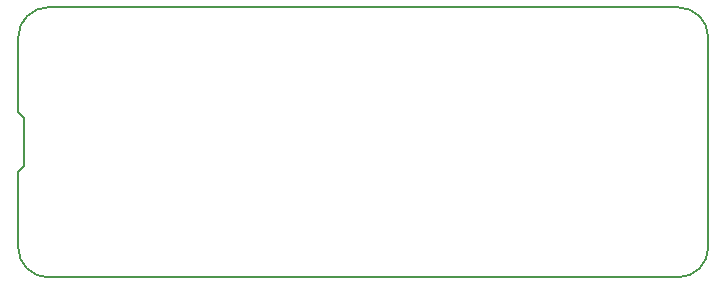
<source format=gbr>
G04 #@! TF.GenerationSoftware,KiCad,Pcbnew,5.1.5+dfsg1-2~bpo10+1*
G04 #@! TF.CreationDate,2020-03-31T11:43:15+02:00*
G04 #@! TF.ProjectId,quickfeather-board,71756963-6b66-4656-9174-6865722d626f,rev?*
G04 #@! TF.SameCoordinates,Original*
G04 #@! TF.FileFunction,Glue,Top*
G04 #@! TF.FilePolarity,Positive*
%FSLAX46Y46*%
G04 Gerber Fmt 4.6, Leading zero omitted, Abs format (unit mm)*
G04 Created by KiCad (PCBNEW 5.1.5+dfsg1-2~bpo10+1) date 2020-03-31 11:43:15*
%MOMM*%
%LPD*%
G04 APERTURE LIST*
%ADD10C,0.150000*%
G04 APERTURE END LIST*
D10*
X123101100Y-102463600D02*
X123609100Y-102971600D01*
X123609100Y-102971600D02*
X123609100Y-107035600D01*
X123609100Y-107035600D02*
X123101100Y-107543600D01*
X178981100Y-93573600D02*
G75*
G02X181521100Y-96113600I0J-2540000D01*
G01*
X181521100Y-113893600D02*
G75*
G02X178981100Y-116433600I-2540000J0D01*
G01*
X125641100Y-116433600D02*
X178981100Y-116433600D01*
X181521100Y-113893600D02*
X181521100Y-96113600D01*
X178981100Y-93573600D02*
X125641100Y-93573600D01*
X123101100Y-96113600D02*
G75*
G02X125641100Y-93573600I2540000J0D01*
G01*
X123101100Y-96113600D02*
X123101100Y-102463600D01*
X123101100Y-107543600D02*
X123101100Y-113893600D01*
X125641100Y-116433600D02*
G75*
G02X123101100Y-113893600I0J2540000D01*
G01*
M02*

</source>
